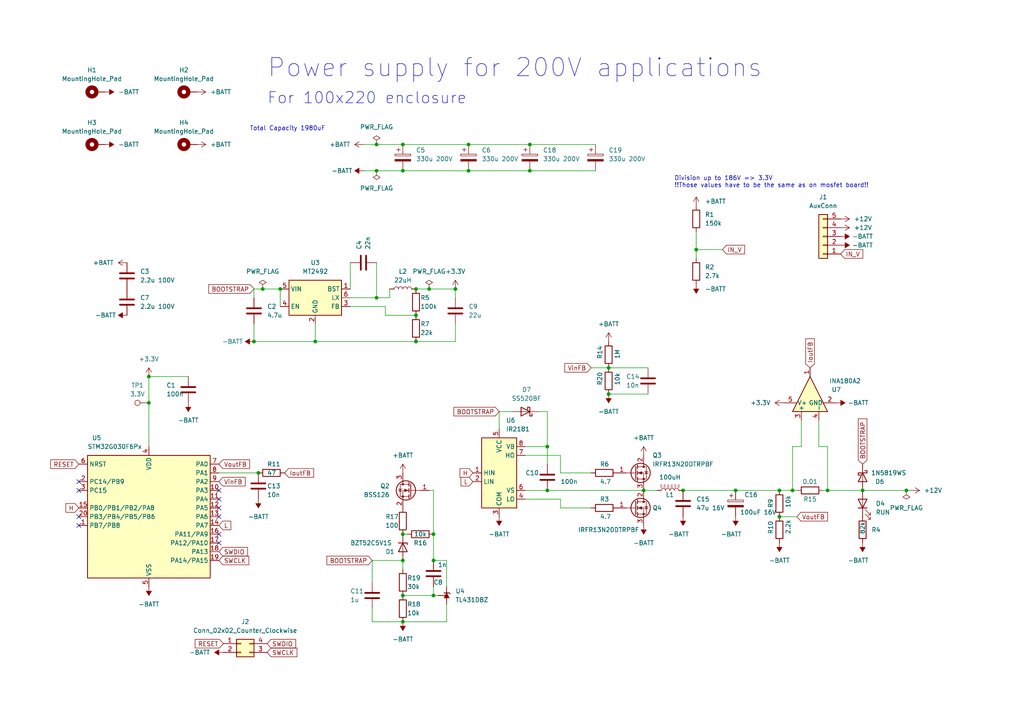
<source format=kicad_sch>
(kicad_sch (version 20230121) (generator eeschema)
  (paper "A4")
  (lib_symbols
    (symbol "Amplifier_Current:INA180A2" (pin_names (offset 0.127))
      (property "Reference" "U" (at 3.81 3.81 0))
      (property "Value" "INA180A2" (at 3.81 -2.54 0))
      (symbol "INA180A2_0_1"
        (polyline (pts (xy 5.08 0) (xy -5.08 5.08) (xy -5.08 -5.08) (xy 5.08 0)) (stroke (width 0.254)) (fill (type background)))
      )
      (symbol "INA180A2_1_1"
        (pin output line (at 7.62 0 180) (length 2.54) (name "~") (number "1"))
        (pin power_in line (at -2.54 -7.62 90) (length 3.81) (name "GND") (number "2"))
        (pin input line (at -7.62 2.54 0) (length 2.54) (name "+") (number "3"))
        (pin input line (at -7.62 -2.54 0) (length 2.54) (name "-") (number "4"))
        (pin power_in line (at -2.54 7.62 270) (length 3.81) (name "V+") (number "5"))
      )
    )
    (symbol "Connector:TestPoint" (pin_numbers hide) (pin_names (offset 0.762) hide)
      (property "Reference" "TP" (at 0 6.858 0))
      (property "Value" "TestPoint" (at 0 5.08 0))
      (symbol "TestPoint_0_1"
        (circle (center 0 3.302) (radius 0.762))
      )
      (symbol "TestPoint_1_1"
        (pin passive line (at 0 0 90) (length 2.54) (name "1") (number "1"))
      )
    )
    (symbol "Connector_Generic:Conn_01x05" (pin_names (offset 1.016) hide)
      (property "Reference" "J" (at 0 7.62 0))
      (property "Value" "Conn_01x05" (at 0 -7.62 0))
      (symbol "Conn_01x05_1_1"
        (rectangle (start -1.27 -4.953) (end 0 -5.207) (stroke (width 0.1524)))
        (rectangle (start -1.27 -2.413) (end 0 -2.667) (stroke (width 0.1524)))
        (rectangle (start -1.27 0.127) (end 0 -0.127) (stroke (width 0.1524)))
        (rectangle (start -1.27 2.667) (end 0 2.413) (stroke (width 0.1524)))
        (rectangle (start -1.27 5.207) (end 0 4.953) (stroke (width 0.1524)))
        (rectangle (start -1.27 6.35) (end 1.27 -6.35) (stroke (width 0.254)) (fill (type background)))
        (pin passive line (at -5.08 5.08 0) (length 3.81) (name "Pin_1") (number "1"))
        (pin passive line (at -5.08 2.54 0) (length 3.81) (name "Pin_2") (number "2"))
        (pin passive line (at -5.08 0 0) (length 3.81) (name "Pin_3") (number "3"))
        (pin passive line (at -5.08 -2.54 0) (length 3.81) (name "Pin_4") (number "4"))
        (pin passive line (at -5.08 -5.08 0) (length 3.81) (name "Pin_5") (number "5"))
      )
    )
    (symbol "Connector_Generic:Conn_02x02_Counter_Clockwise" (pin_names (offset 1.016) hide)
      (property "Reference" "J" (at 1.27 2.54 0))
      (property "Value" "Conn_02x02_Counter_Clockwise" (at 1.27 -5.08 0))
      (symbol "Conn_02x02_Counter_Clockwise_1_1"
        (rectangle (start -1.27 -2.413) (end 0 -2.667) (stroke (width 0.1524)))
        (rectangle (start -1.27 0.127) (end 0 -0.127) (stroke (width 0.1524)))
        (rectangle (start -1.27 1.27) (end 3.81 -3.81) (stroke (width 0.254)) (fill (type background)))
        (rectangle (start 3.81 -2.413) (end 2.54 -2.667) (stroke (width 0.1524)))
        (rectangle (start 3.81 0.127) (end 2.54 -0.127) (stroke (width 0.1524)))
        (pin passive line (at -5.08 0 0) (length 3.81) (name "Pin_1") (number "1"))
        (pin passive line (at -5.08 -2.54 0) (length 3.81) (name "Pin_2") (number "2"))
        (pin passive line (at 7.62 -2.54 180) (length 3.81) (name "Pin_3") (number "3"))
        (pin passive line (at 7.62 0 180) (length 3.81) (name "Pin_4") (number "4"))
      )
    )
    (symbol "Device:C" (pin_numbers hide) (pin_names (offset 0.254))
      (property "Reference" "C" (at 0.635 2.54 0))
      (property "Value" "C" (at 0.635 -2.54 0))
      (symbol "C_0_1"
        (polyline (pts (xy -2.032 -0.762) (xy 2.032 -0.762)) (stroke (width 0.508)))
        (polyline (pts (xy -2.032 0.762) (xy 2.032 0.762)) (stroke (width 0.508)))
      )
      (symbol "C_1_1"
        (pin passive line (at 0 3.81 270) (length 2.794) (name "~") (number "1"))
        (pin passive line (at 0 -3.81 90) (length 2.794) (name "~") (number "2"))
      )
    )
    (symbol "Device:C_Polarized" (pin_numbers hide) (pin_names (offset 0.254))
      (property "Reference" "C" (at 0.635 2.54 0))
      (property "Value" "C_Polarized" (at 0.635 -2.54 0))
      (symbol "C_Polarized_0_1"
        (rectangle (start -2.286 0.508) (end 2.286 1.016))
        (polyline (pts (xy -1.778 2.286) (xy -0.762 2.286)))
        (polyline (pts (xy -1.27 2.794) (xy -1.27 1.778)))
        (rectangle (start 2.286 -0.508) (end -2.286 -1.016) (fill (type outline)))
      )
      (symbol "C_Polarized_1_1"
        (pin passive line (at 0 3.81 270) (length 2.794) (name "~") (number "1"))
        (pin passive line (at 0 -3.81 90) (length 2.794) (name "~") (number "2"))
      )
    )
    (symbol "Device:D_Schottky" (pin_numbers hide) (pin_names (offset 1.016) hide)
      (property "Reference" "D" (at 0 2.54 0))
      (property "Value" "D_Schottky" (at 0 -2.54 0))
      (symbol "D_Schottky_0_1"
        (polyline (pts (xy 1.27 0) (xy -1.27 0)))
        (polyline (pts (xy 1.27 1.27) (xy 1.27 -1.27) (xy -1.27 0) (xy 1.27 1.27)) (stroke (width 0.254)))
        (polyline (pts (xy -1.905 0.635) (xy -1.905 1.27) (xy -1.27 1.27) (xy -1.27 -1.27) (xy -0.635 -1.27) (xy -0.635 -0.635)) (stroke (width 0.254)))
      )
      (symbol "D_Schottky_1_1"
        (pin passive line (at -3.81 0 0) (length 2.54) (name "K") (number "1"))
        (pin passive line (at 3.81 0 180) (length 2.54) (name "A") (number "2"))
      )
    )
    (symbol "Device:D_Zener" (pin_numbers hide) (pin_names (offset 1.016) hide)
      (property "Reference" "D" (at 0 2.54 0))
      (property "Value" "D_Zener" (at 0 -2.54 0))
      (symbol "D_Zener_0_1"
        (polyline (pts (xy 1.27 0) (xy -1.27 0)))
        (polyline (pts (xy -1.27 -1.27) (xy -1.27 1.27) (xy -0.762 1.27)) (stroke (width 0.254)))
        (polyline (pts (xy 1.27 -1.27) (xy 1.27 1.27) (xy -1.27 0) (xy 1.27 -1.27)) (stroke (width 0.254)))
      )
      (symbol "D_Zener_1_1"
        (pin passive line (at -3.81 0 0) (length 2.54) (name "K") (number "1"))
        (pin passive line (at 3.81 0 180) (length 2.54) (name "A") (number "2"))
      )
    )
    (symbol "Device:L" (pin_numbers hide) (pin_names (offset 1.016) hide)
      (property "Reference" "L" (at -1.27 0 90))
      (property "Value" "L" (at 1.905 0 90))
      (symbol "L_0_1"
        (arc (start 0 -2.54) (mid 0.6323 -1.905) (end 0 -1.27))
        (arc (start 0 -1.27) (mid 0.6323 -0.635) (end 0 0))
        (arc (start 0 0) (mid 0.6323 0.635) (end 0 1.27))
        (arc (start 0 1.27) (mid 0.6323 1.905) (end 0 2.54))
      )
      (symbol "L_1_1"
        (pin passive line (at 0 3.81 270) (length 1.27) (name "1") (number "1"))
        (pin passive line (at 0 -3.81 90) (length 1.27) (name "2") (number "2"))
      )
    )
    (symbol "Device:LED" (pin_numbers hide) (pin_names (offset 1.016) hide)
      (property "Reference" "D" (at 0 2.54 0))
      (property "Value" "LED" (at 0 -2.54 0))
      (symbol "LED_0_1"
        (polyline (pts (xy -1.27 -1.27) (xy -1.27 1.27)) (stroke (width 0.254)))
        (polyline (pts (xy -1.27 0) (xy 1.27 0)))
        (polyline (pts (xy 1.27 -1.27) (xy 1.27 1.27) (xy -1.27 0) (xy 1.27 -1.27)) (stroke (width 0.254)))
        (polyline (pts (xy -3.048 -0.762) (xy -4.572 -2.286) (xy -3.81 -2.286) (xy -4.572 -2.286) (xy -4.572 -1.524)))
        (polyline (pts (xy -1.778 -0.762) (xy -3.302 -2.286) (xy -2.54 -2.286) (xy -3.302 -2.286) (xy -3.302 -1.524)))
      )
      (symbol "LED_1_1"
        (pin passive line (at -3.81 0 0) (length 2.54) (name "K") (number "1"))
        (pin passive line (at 3.81 0 180) (length 2.54) (name "A") (number "2"))
      )
    )
    (symbol "Device:L_Ferrite" (pin_numbers hide) (pin_names (offset 1.016) hide)
      (property "Reference" "L" (at -1.27 0 90))
      (property "Value" "L_Ferrite" (at 2.794 0 90))
      (symbol "L_Ferrite_0_1"
        (arc (start 0 -2.54) (mid 0.6323 -1.905) (end 0 -1.27))
        (arc (start 0 -1.27) (mid 0.6323 -0.635) (end 0 0))
        (polyline (pts (xy 1.016 -2.794) (xy 1.016 -2.286)))
        (polyline (pts (xy 1.016 -1.778) (xy 1.016 -1.27)))
        (polyline (pts (xy 1.016 -0.762) (xy 1.016 -0.254)))
        (polyline (pts (xy 1.016 0.254) (xy 1.016 0.762)))
        (polyline (pts (xy 1.016 1.27) (xy 1.016 1.778)))
        (polyline (pts (xy 1.016 2.286) (xy 1.016 2.794)))
        (polyline (pts (xy 1.524 -2.286) (xy 1.524 -2.794)))
        (polyline (pts (xy 1.524 -1.27) (xy 1.524 -1.778)))
        (polyline (pts (xy 1.524 -0.254) (xy 1.524 -0.762)))
        (polyline (pts (xy 1.524 0.762) (xy 1.524 0.254)))
        (polyline (pts (xy 1.524 1.778) (xy 1.524 1.27)))
        (polyline (pts (xy 1.524 2.794) (xy 1.524 2.286)))
        (arc (start 0 0) (mid 0.6323 0.635) (end 0 1.27))
        (arc (start 0 1.27) (mid 0.6323 1.905) (end 0 2.54))
      )
      (symbol "L_Ferrite_1_1"
        (pin passive line (at 0 3.81 270) (length 1.27) (name "1") (number "1"))
        (pin passive line (at 0 -3.81 90) (length 1.27) (name "2") (number "2"))
      )
    )
    (symbol "Device:R" (pin_numbers hide) (pin_names (offset 0))
      (property "Reference" "R" (at 2.032 0 90))
      (property "Value" "R" (at 0 0 90))
      (symbol "R_0_1"
        (rectangle (start -1.016 -2.54) (end 1.016 2.54) (stroke (width 0.254)))
      )
      (symbol "R_1_1"
        (pin passive line (at 0 3.81 270) (length 1.27) (name "~") (number "1"))
        (pin passive line (at 0 -3.81 90) (length 1.27) (name "~") (number "2"))
      )
    )
    (symbol "Driver_FET:IR2181"
      (property "Reference" "U" (at 1.27 13.335 0))
      (property "Value" "IR2181" (at 1.27 11.43 0))
      (symbol "IR2181_0_1"
        (rectangle (start -5.08 -10.16) (end 5.08 10.16) (stroke (width 0.254)) (fill (type background)))
      )
      (symbol "IR2181_1_1"
        (pin input line (at -7.62 0 0) (length 2.54) (name "HIN") (number "1"))
        (pin input line (at -7.62 -2.54 0) (length 2.54) (name "LIN") (number "2"))
        (pin power_in line (at 0 -12.7 90) (length 2.54) (name "COM") (number "3"))
        (pin output line (at 7.62 -7.62 180) (length 2.54) (name "LO") (number "4"))
        (pin power_in line (at 0 12.7 270) (length 2.54) (name "VCC") (number "5"))
        (pin passive line (at 7.62 -5.08 180) (length 2.54) (name "VS") (number "6"))
        (pin output line (at 7.62 5.08 180) (length 2.54) (name "HO") (number "7"))
        (pin passive line (at 7.62 7.62 180) (length 2.54) (name "VB") (number "8"))
      )
    )
    (symbol "MCU_ST_STM32G0:STM32G030F6Px"
      (property "Reference" "U" (at -17.78 19.05 0))
      (property "Value" "STM32G030F6Px" (at 2.54 19.05 0))
      (symbol "STM32G030F6Px_0_1"
        (rectangle (start -17.78 -17.78) (end 17.78 17.78) (stroke (width 0.254)) (fill (type background)))
      )
      (symbol "STM32G030F6Px_1_1"
        (pin bidirectional line (at -20.32 -2.54 0) (length 2.54) (name "PB7/PB8") (number "1"))
        (pin bidirectional line (at 20.32 7.62 180) (length 2.54) (name "PA3") (number "10"))
        (pin bidirectional line (at 20.32 5.08 180) (length 2.54) (name "PA4") (number "11"))
        (pin bidirectional line (at 20.32 2.54 180) (length 2.54) (name "PA5") (number "12"))
        (pin bidirectional line (at 20.32 0 180) (length 2.54) (name "PA6") (number "13"))
        (pin bidirectional line (at 20.32 -2.54 180) (length 2.54) (name "PA7") (number "14"))
        (pin bidirectional line (at -20.32 2.54 0) (length 2.54) (name "PB0/PB1/PB2/PA8") (number "15"))
        (pin bidirectional line (at 20.32 -5.08 180) (length 2.54) (name "PA11/PA9") (number "16"))
        (pin bidirectional line (at 20.32 -7.62 180) (length 2.54) (name "PA12/PA10") (number "17"))
        (pin bidirectional line (at 20.32 -10.16 180) (length 2.54) (name "PA13") (number "18"))
        (pin bidirectional line (at 20.32 -12.7 180) (length 2.54) (name "PA14/PA15") (number "19"))
        (pin bidirectional line (at -20.32 10.16 0) (length 2.54) (name "PC14/PB9") (number "2"))
        (pin bidirectional line (at -20.32 0 0) (length 2.54) (name "PB3/PB4/PB5/PB6") (number "20"))
        (pin bidirectional line (at -20.32 7.62 0) (length 2.54) (name "PC15") (number "3"))
        (pin power_in line (at 0 20.32 270) (length 2.54) (name "VDD") (number "4"))
        (pin power_in line (at 0 -20.32 90) (length 2.54) (name "VSS") (number "5"))
        (pin input line (at -20.32 15.24 0) (length 2.54) (name "NRST") (number "6"))
        (pin bidirectional line (at 20.32 15.24 180) (length 2.54) (name "PA0") (number "7"))
        (pin bidirectional line (at 20.32 12.7 180) (length 2.54) (name "PA1") (number "8"))
        (pin bidirectional line (at 20.32 10.16 180) (length 2.54) (name "PA2") (number "9"))
      )
    )
    (symbol "Mechanical:MountingHole_Pad" (pin_numbers hide) (pin_names (offset 1.016) hide)
      (property "Reference" "H" (at 0 6.35 0))
      (property "Value" "MountingHole_Pad" (at 0 4.445 0))
      (symbol "MountingHole_Pad_0_1"
        (circle (center 0 1.27) (radius 1.27) (stroke (width 1.27)))
      )
      (symbol "MountingHole_Pad_1_1"
        (pin input line (at 0 -2.54 90) (length 2.54) (name "1") (number "1"))
      )
    )
    (symbol "Reference_Voltage:TL431DBZ" (pin_numbers hide) (pin_names hide)
      (property "Reference" "U" (at -2.54 2.54 0))
      (property "Value" "TL431DBZ" (at 0 -2.54 0))
      (symbol "TL431DBZ_0_1"
        (polyline (pts (xy -1.27 0) (xy 0 0) (xy 1.27 0)))
        (polyline (pts (xy -0.762 0.762) (xy 0.762 0) (xy -0.762 -0.762)) (fill (type outline)))
        (polyline (pts (xy 0.508 -1.016) (xy 0.762 -0.762) (xy 0.762 0.762) (xy 0.762 0.762)) (stroke (width 0.254)))
      )
      (symbol "TL431DBZ_1_1"
        (pin passive line (at 2.54 0 180) (length 2.54) (name "K") (number "1"))
        (pin passive line (at 0 2.54 270) (length 2.54) (name "REF") (number "2"))
        (pin passive line (at -2.54 0 0) (length 2.54) (name "A") (number "3"))
      )
    )
    (symbol "Regulator_Switching:AOZ1280CI"
      (property "Reference" "U" (at -6.35 -6.35 0))
      (property "Value" "AOZ1280CI" (at -2.54 6.35 0))
      (symbol "AOZ1280CI_0_1"
        (rectangle (start -7.62 5.08) (end 7.62 -5.08) (stroke (width 0.254)) (fill (type background)))
      )
      (symbol "AOZ1280CI_1_1"
        (pin input line (at 10.16 2.54 180) (length 2.54) (name "BST") (number "1"))
        (pin power_in line (at 0 -7.62 90) (length 2.54) (name "GND") (number "2"))
        (pin input line (at 10.16 -2.54 180) (length 2.54) (name "FB") (number "3"))
        (pin input line (at -10.16 -2.54 0) (length 2.54) (name "EN") (number "4"))
        (pin power_in line (at -10.16 2.54 0) (length 2.54) (name "VIN") (number "5"))
        (pin power_out line (at 10.16 0 180) (length 2.54) (name "LX") (number "6"))
      )
    )
    (symbol "Transistor_FET:BS170F" (pin_names hide)
      (property "Reference" "Q" (at 5.08 1.905 0))
      (property "Value" "BS170F" (at 5.08 0 0))
      (symbol "BS170F_0_1"
        (polyline (pts (xy 0.254 0) (xy -2.54 0)))
        (polyline (pts (xy 0.254 1.905) (xy 0.254 -1.905)) (stroke (width 0.254)))
        (polyline (pts (xy 0.762 -1.27) (xy 0.762 -2.286)) (stroke (width 0.254)))
        (polyline (pts (xy 0.762 0.508) (xy 0.762 -0.508)) (stroke (width 0.254)))
        (polyline (pts (xy 0.762 2.286) (xy 0.762 1.27)) (stroke (width 0.254)))
        (polyline (pts (xy 2.54 2.54) (xy 2.54 1.778)))
        (polyline (pts (xy 2.54 -2.54) (xy 2.54 0) (xy 0.762 0)))
        (polyline (pts (xy 0.762 -1.778) (xy 3.302 -1.778) (xy 3.302 1.778) (xy 0.762 1.778)))
        (polyline (pts (xy 1.016 0) (xy 2.032 0.381) (xy 2.032 -0.381) (xy 1.016 0)) (fill (type outline)))
        (polyline (pts (xy 2.794 0.508) (xy 2.921 0.381) (xy 3.683 0.381) (xy 3.81 0.254)))
        (polyline (pts (xy 3.302 0.381) (xy 2.921 -0.254) (xy 3.683 -0.254) (xy 3.302 0.381)))
        (circle (center 1.651 0) (radius 2.794) (stroke (width 0.254)))
        (circle (center 2.54 -1.778) (radius 0.254) (fill (type outline)))
        (circle (center 2.54 1.778) (radius 0.254) (fill (type outline)))
      )
      (symbol "BS170F_1_1"
        (pin input line (at -5.08 0 0) (length 2.54) (name "G") (number "1"))
        (pin passive line (at 2.54 -5.08 90) (length 2.54) (name "S") (number "2"))
        (pin passive line (at 2.54 5.08 270) (length 2.54) (name "D") (number "3"))
      )
    )
    (symbol "Transistor_FET:STD7NK40Z" (pin_names hide)
      (property "Reference" "Q" (at 5.08 1.905 0))
      (property "Value" "STD7NK40Z" (at 5.08 0 0))
      (symbol "STD7NK40Z_0_1"
        (polyline (pts (xy 0.254 0) (xy -2.54 0)))
        (polyline (pts (xy 0.254 1.905) (xy 0.254 -1.905)) (stroke (width 0.254)))
        (polyline (pts (xy 0.762 -1.27) (xy 0.762 -2.286)) (stroke (width 0.254)))
        (polyline (pts (xy 0.762 0.508) (xy 0.762 -0.508)) (stroke (width 0.254)))
        (polyline (pts (xy 0.762 2.286) (xy 0.762 1.27)) (stroke (width 0.254)))
        (polyline (pts (xy 2.54 2.54) (xy 2.54 1.778)))
        (polyline (pts (xy 2.54 -2.54) (xy 2.54 0) (xy 0.762 0)))
        (polyline (pts (xy 0.762 -1.778) (xy 3.302 -1.778) (xy 3.302 1.778) (xy 0.762 1.778)))
        (polyline (pts (xy 1.016 0) (xy 2.032 0.381) (xy 2.032 -0.381) (xy 1.016 0)) (fill (type outline)))
        (polyline (pts (xy 2.794 0.508) (xy 2.921 0.381) (xy 3.683 0.381) (xy 3.81 0.254)))
        (polyline (pts (xy 3.302 0.381) (xy 2.921 -0.254) (xy 3.683 -0.254) (xy 3.302 0.381)))
        (circle (center 1.651 0) (radius 2.794) (stroke (width 0.254)))
        (circle (center 2.54 -1.778) (radius 0.254) (fill (type outline)))
        (circle (center 2.54 1.778) (radius 0.254) (fill (type outline)))
      )
      (symbol "STD7NK40Z_1_1"
        (pin passive line (at -5.08 0 0) (length 2.54) (name "G") (number "1"))
        (pin passive line (at 2.54 5.08 270) (length 2.54) (name "D") (number "2"))
        (pin passive line (at 2.54 -5.08 90) (length 2.54) (name "S") (number "3"))
      )
    )
    (symbol "power:+12V" (power) (pin_names (offset 0))
      (property "Value" "+12V" (at 0 3.556 0))
      (symbol "+12V_0_1"
        (polyline (pts (xy -0.762 1.27) (xy 0 2.54)))
        (polyline (pts (xy 0 0) (xy 0 2.54)))
        (polyline (pts (xy 0 2.54) (xy 0.762 1.27)))
      )
      (symbol "+12V_1_1"
        (pin power_in line (at 0 0 90) (length 0) hide (name "+12V") (number "1"))
      )
    )
    (symbol "power:+3.3V" (power) (pin_names (offset 0))
      (property "Value" "+3.3V" (at 0 3.556 0))
      (symbol "+3.3V_0_1"
        (polyline (pts (xy -0.762 1.27) (xy 0 2.54)))
        (polyline (pts (xy 0 0) (xy 0 2.54)))
        (polyline (pts (xy 0 2.54) (xy 0.762 1.27)))
      )
      (symbol "+3.3V_1_1"
        (pin power_in line (at 0 0 90) (length 0) hide (name "+3.3V") (number "1"))
      )
    )
    (symbol "power:+BATT" (power) (pin_names (offset 0))
      (property "Value" "+BATT" (at 0 3.556 0))
      (symbol "+BATT_0_1"
        (polyline (pts (xy -0.762 1.27) (xy 0 2.54)))
        (polyline (pts (xy 0 0) (xy 0 2.54)))
        (polyline (pts (xy 0 2.54) (xy 0.762 1.27)))
      )
      (symbol "+BATT_1_1"
        (pin power_in line (at 0 0 90) (length 0) hide (name "+BATT") (number "1"))
      )
    )
    (symbol "power:-BATT" (power) (pin_names (offset 0))
      (property "Value" "-BATT" (at 0 3.556 0))
      (symbol "-BATT_0_1"
        (polyline (pts (xy 0 0) (xy 0 2.54)))
        (polyline (pts (xy 0.762 1.27) (xy -0.762 1.27) (xy 0 2.54) (xy 0.762 1.27)) (fill (type outline)))
      )
      (symbol "-BATT_1_1"
        (pin power_in line (at 0 0 90) (length 0) hide (name "-BATT") (number "1"))
      )
    )
    (symbol "power:PWR_FLAG" (power) (pin_numbers hide) (pin_names (offset 0) hide)
      (property "Value" "PWR_FLAG" (at 0 3.81 0))
      (symbol "PWR_FLAG_0_0"
        (pin power_out line (at 0 0 90) (length 0) (name "pwr") (number "1"))
      )
      (symbol "PWR_FLAG_0_1"
        (polyline (pts (xy 0 0) (xy 0 1.27) (xy -1.016 1.905) (xy 0 2.54) (xy 1.016 1.905) (xy 0 1.27)))
      )
    )
  )
  (junction (at 250.19 142.24))
  (junction (at 229.87 142.24))
  (junction (at 176.53 114.3))
  (junction (at 262.89 142.24))
  (junction (at 116.84 180.34))
  (junction (at 120.65 99.06))
  (junction (at 124.46 83.82))
  (junction (at 201.93 72.39))
  (junction (at 81.28 83.82))
  (junction (at 158.75 142.24))
  (junction (at 73.66 99.06))
  (junction (at 158.75 129.54))
  (junction (at 43.18 116.84))
  (junction (at 116.84 49.53))
  (junction (at 109.22 41.91))
  (junction (at 125.73 154.94))
  (junction (at 176.53 106.68))
  (junction (at 186.69 142.24))
  (junction (at 132.08 83.82))
  (junction (at 226.06 142.24))
  (junction (at 109.22 49.53))
  (junction (at 116.84 41.91))
  (junction (at 198.12 142.24))
  (junction (at 120.65 91.44))
  (junction (at 240.03 142.24))
  (junction (at 135.89 49.53))
  (junction (at 120.65 83.82))
  (junction (at 74.93 137.16))
  (junction (at 76.2 83.82))
  (junction (at 213.36 142.24))
  (junction (at 125.73 172.72))
  (junction (at 116.84 162.56))
  (junction (at 109.22 86.36))
  (junction (at 135.89 41.91))
  (junction (at 125.73 162.56))
  (junction (at 116.84 172.72))
  (junction (at 153.67 41.91))
  (junction (at 153.67 49.53))
  (junction (at 43.18 109.22))
  (junction (at 91.44 99.06))
  (junction (at 116.84 154.94))
  (junction (at 226.06 149.86))
  (no_connect (at 22.86 142.24))
  (no_connect (at 63.5 144.78))
  (no_connect (at 22.86 149.86))
  (no_connect (at 63.5 149.86))
  (no_connect (at 63.5 157.48))
  (no_connect (at 22.86 152.4))
  (no_connect (at 63.5 147.32))
  (no_connect (at 22.86 139.7))
  (no_connect (at 63.5 142.24))
  (no_connect (at 63.5 154.94))
  (wire (pts (xy 238.76 142.24) (xy 240.03 142.24)))
  (wire (pts (xy 232.41 129.54) (xy 229.87 129.54)))
  (wire (pts (xy 153.67 49.53) (xy 172.72 49.53)))
  (wire (pts (xy 116.84 172.72) (xy 125.73 172.72)))
  (wire (pts (xy 162.56 144.78) (xy 152.4 144.78)))
  (wire (pts (xy 132.08 99.06) (xy 132.08 93.98)))
  (wire (pts (xy 213.36 142.24) (xy 226.06 142.24)))
  (wire (pts (xy 111.76 88.9) (xy 111.76 91.44)))
  (wire (pts (xy 237.49 129.54) (xy 240.03 129.54)))
  (wire (pts (xy 153.67 41.91) (xy 172.72 41.91)))
  (wire (pts (xy 176.53 114.3) (xy 187.96 114.3)))
  (wire (pts (xy 101.6 76.2) (xy 101.6 83.82)))
  (wire (pts (xy 113.03 86.36) (xy 109.22 86.36)))
  (wire (pts (xy 116.84 41.91) (xy 135.89 41.91)))
  (wire (pts (xy 125.73 142.24) (xy 124.46 142.24)))
  (wire (pts (xy 176.53 106.68) (xy 187.96 106.68)))
  (wire (pts (xy 198.12 142.24) (xy 213.36 142.24)))
  (wire (pts (xy 144.78 119.38) (xy 144.78 124.46)))
  (wire (pts (xy 120.65 99.06) (xy 132.08 99.06)))
  (wire (pts (xy 250.19 142.24) (xy 262.89 142.24)))
  (wire (pts (xy 125.73 170.18) (xy 125.73 172.72)))
  (wire (pts (xy 232.41 121.92) (xy 232.41 129.54)))
  (wire (pts (xy 107.95 168.91) (xy 107.95 162.56)))
  (wire (pts (xy 158.75 129.54) (xy 152.4 129.54)))
  (wire (pts (xy 101.6 88.9) (xy 111.76 88.9)))
  (wire (pts (xy 125.73 154.94) (xy 125.73 162.56)))
  (wire (pts (xy 111.76 91.44) (xy 120.65 91.44)))
  (wire (pts (xy 113.03 83.82) (xy 113.03 86.36)))
  (wire (pts (xy 109.22 86.36) (xy 101.6 86.36)))
  (wire (pts (xy 201.93 67.31) (xy 201.93 72.39)))
  (wire (pts (xy 76.2 83.82) (xy 81.28 83.82)))
  (wire (pts (xy 73.66 83.82) (xy 73.66 86.36)))
  (wire (pts (xy 156.21 119.38) (xy 158.75 119.38)))
  (wire (pts (xy 124.46 83.82) (xy 132.08 83.82)))
  (wire (pts (xy 129.54 162.56) (xy 129.54 170.18)))
  (wire (pts (xy 201.93 72.39) (xy 209.55 72.39)))
  (wire (pts (xy 91.44 99.06) (xy 120.65 99.06)))
  (wire (pts (xy 226.06 142.24) (xy 229.87 142.24)))
  (wire (pts (xy 144.78 119.38) (xy 148.59 119.38)))
  (wire (pts (xy 105.41 49.53) (xy 109.22 49.53)))
  (wire (pts (xy 116.84 154.94) (xy 118.11 154.94)))
  (wire (pts (xy 240.03 129.54) (xy 240.03 142.24)))
  (wire (pts (xy 240.03 142.24) (xy 250.19 142.24)))
  (wire (pts (xy 162.56 147.32) (xy 162.56 144.78)))
  (wire (pts (xy 109.22 76.2) (xy 109.22 86.36)))
  (wire (pts (xy 109.22 49.53) (xy 116.84 49.53)))
  (wire (pts (xy 152.4 142.24) (xy 158.75 142.24)))
  (wire (pts (xy 73.66 83.82) (xy 76.2 83.82)))
  (wire (pts (xy 109.22 41.91) (xy 116.84 41.91)))
  (wire (pts (xy 262.89 142.24) (xy 264.16 142.24)))
  (wire (pts (xy 63.5 137.16) (xy 74.93 137.16)))
  (wire (pts (xy 171.45 137.16) (xy 162.56 137.16)))
  (wire (pts (xy 120.65 83.82) (xy 124.46 83.82)))
  (wire (pts (xy 125.73 172.72) (xy 127 172.72)))
  (wire (pts (xy 116.84 49.53) (xy 135.89 49.53)))
  (wire (pts (xy 237.49 121.92) (xy 237.49 129.54)))
  (wire (pts (xy 105.41 41.91) (xy 109.22 41.91)))
  (wire (pts (xy 201.93 72.39) (xy 201.93 74.93)))
  (wire (pts (xy 125.73 142.24) (xy 125.73 154.94)))
  (wire (pts (xy 186.69 142.24) (xy 190.5 142.24)))
  (wire (pts (xy 129.54 180.34) (xy 116.84 180.34)))
  (wire (pts (xy 162.56 132.08) (xy 152.4 132.08)))
  (wire (pts (xy 135.89 49.53) (xy 153.67 49.53)))
  (wire (pts (xy 73.66 99.06) (xy 73.66 93.98)))
  (wire (pts (xy 81.28 83.82) (xy 81.28 88.9)))
  (wire (pts (xy 229.87 129.54) (xy 229.87 142.24)))
  (wire (pts (xy 91.44 99.06) (xy 91.44 93.98)))
  (wire (pts (xy 162.56 137.16) (xy 162.56 132.08)))
  (wire (pts (xy 229.87 142.24) (xy 231.14 142.24)))
  (wire (pts (xy 107.95 162.56) (xy 116.84 162.56)))
  (wire (pts (xy 171.45 147.32) (xy 162.56 147.32)))
  (wire (pts (xy 43.18 109.22) (xy 43.18 116.84)))
  (wire (pts (xy 171.45 106.68) (xy 176.53 106.68)))
  (wire (pts (xy 129.54 175.26) (xy 129.54 180.34)))
  (wire (pts (xy 107.95 180.34) (xy 116.84 180.34)))
  (wire (pts (xy 43.18 116.84) (xy 43.18 129.54)))
  (wire (pts (xy 158.75 134.62) (xy 158.75 129.54)))
  (wire (pts (xy 135.89 41.91) (xy 153.67 41.91)))
  (wire (pts (xy 132.08 83.82) (xy 132.08 86.36)))
  (wire (pts (xy 43.18 109.22) (xy 54.61 109.22)))
  (wire (pts (xy 73.66 99.06) (xy 91.44 99.06)))
  (wire (pts (xy 158.75 142.24) (xy 186.69 142.24)))
  (wire (pts (xy 129.54 162.56) (xy 125.73 162.56)))
  (wire (pts (xy 107.95 176.53) (xy 107.95 180.34)))
  (wire (pts (xy 226.06 149.86) (xy 231.14 149.86)))
  (wire (pts (xy 158.75 119.38) (xy 158.75 129.54)))
  (wire (pts (xy 116.84 162.56) (xy 116.84 165.1)))
  (text "Power supply for 200V applications" (at 77.47 22.86 0) (effects (font (size 5.27 5.27)) (justify left bottom)))
  (text "Total Capacity 1980uF" (at 72.39 38.1 0) (effects (font (size 1.27 1.27)) (justify left bottom)))
  (text "Division up to 186V => 3.3V\n!!Those values have to be the same as on mosfet board!!" (at 195.58 54.61 0) (effects (font (size 1.27 1.27)) (justify left bottom)))
  (text "For 100x220 enclosure" (at 77.47 30.48 0) (effects (font (size 3.27 3.27)) (justify left bottom)))
  (global_label "VinFB" (shape input) (at 63.5 139.7 0) (property "Intersheetrefs" "${INTERSHEET_REFS}" (effects hide)))
  (global_label "VoutFB" (shape input) (at 231.14 149.86 0) (property "Intersheetrefs" "${INTERSHEET_REFS}" (effects hide)))
  (global_label "IoutFB" (shape input) (at 82.55 137.16 0) (property "Intersheetrefs" "${INTERSHEET_REFS}" (effects hide)))
  (global_label "SWCLK" (shape input) (at 63.5 162.56 0) (property "Intersheetrefs" "${INTERSHEET_REFS}" (effects hide)))
  (global_label "BOOTSTRAP" (shape input) (at 250.19 134.62 90) (property "Intersheetrefs" "${INTERSHEET_REFS}" (effects hide)))
  (global_label "SWDIO" (shape input) (at 63.5 160.02 0) (property "Intersheetrefs" "${INTERSHEET_REFS}" (effects hide)))
  (global_label "RESET" (shape input) (at 22.86 134.62 180) (property "Intersheetrefs" "${INTERSHEET_REFS}" (effects hide)))
  (global_label "SWDIO" (shape input) (at 77.47 186.69 0) (property "Intersheetrefs" "${INTERSHEET_REFS}" (effects hide)))
  (global_label "VinFB" (shape input) (at 171.45 106.68 180) (property "Intersheetrefs" "${INTERSHEET_REFS}" (effects hide)))
  (global_label "H" (shape input) (at 137.16 137.16 180) (property "Intersheetrefs" "${INTERSHEET_REFS}" (effects hide)))
  (global_label "RESET" (shape input) (at 64.77 186.69 180) (property "Intersheetrefs" "${INTERSHEET_REFS}" (effects hide)))
  (global_label "IoutFB" (shape input) (at 234.95 106.68 90) (property "Intersheetrefs" "${INTERSHEET_REFS}" (effects hide)))
  (global_label "L" (shape input) (at 63.5 152.4 0) (property "Intersheetrefs" "${INTERSHEET_REFS}" (effects hide)))
  (global_label "IN_V" (shape input) (at 209.55 72.39 0) (property "Intersheetrefs" "${INTERSHEET_REFS}" (effects hide)))
  (global_label "VoutFB" (shape input) (at 63.5 134.62 0) (property "Intersheetrefs" "${INTERSHEET_REFS}" (effects hide)))
  (global_label "BOOTSTRAP" (shape input) (at 107.95 162.56 180) (property "Intersheetrefs" "${INTERSHEET_REFS}" (effects hide)))
  (global_label "H" (shape input) (at 22.86 147.32 180) (property "Intersheetrefs" "${INTERSHEET_REFS}" (effects hide)))
  (global_label "L" (shape input) (at 137.16 139.7 180) (property "Intersheetrefs" "${INTERSHEET_REFS}" (effects hide)))
  (global_label "SWCLK" (shape input) (at 77.47 189.23 0) (property "Intersheetrefs" "${INTERSHEET_REFS}" (effects hide)))
  (global_label "BOOTSTRAP" (shape input) (at 144.78 119.38 180) (property "Intersheetrefs" "${INTERSHEET_REFS}" (effects hide)))
  (global_label "BOOTSTRAP" (shape input) (at 73.66 83.82 180) (property "Intersheetrefs" "${INTERSHEET_REFS}" (effects hide)))
  (global_label "IN_V" (shape input) (at 243.84 73.66 0) (property "Intersheetrefs" "${INTERSHEET_REFS}" (effects hide)))
  (symbol (lib_id "power:PWR_FLAG") (at 109.22 41.91 0) (unit 1)
    (property "Reference" "#FLG02" (effects hide))
    (property "Value" "PWR_FLAG" (at 109.22 36.83 0))
  )
  (symbol (lib_id "power:-BATT") (at 74.93 144.78 180) (unit 1)
    (property "Reference" "#PWR040" (effects hide))
    (property "Value" "-BATT" (at 74.93 149.86 0))
  )
  (symbol (lib_id "Device:R") (at 116.84 176.53 180) (unit 1)
    (property "Reference" "R18" (at 118.11 175.26 0) (effects (justify right)))
    (property "Value" "10k" (at 118.11 177.8 0) (effects (justify right)))
    (property "Footprint" "Resistor_SMD:R_0603_1608Metric" (effects hide))
    (property "MPN" "C25804" (effects hide))
    (property "Mouser" "71-CRCW080520R0FKEAC" (effects hide))
  )
  (symbol (lib_id "power:-BATT") (at 116.84 180.34 180) (unit 1)
    (property "Reference" "#PWR031" (effects hide))
    (property "Value" "-BATT" (at 116.84 185.42 0))
  )
  (symbol (lib_id "power:-BATT") (at 30.48 26.67 270) (unit 1)
    (property "Reference" "#PWR06" (effects hide))
    (property "Value" "-BATT" (at 34.29 26.67 90) (effects (justify left)))
  )
  (symbol (lib_id "Device:C") (at 54.61 113.03 0) (unit 1)
    (property "Reference" "C1" (at 48.26 111.76 0) (effects (justify left)))
    (property "Value" "100n" (at 48.26 114.3 0) (effects (justify left)))
    (property "Footprint" "Capacitor_SMD:C_0603_1608Metric" (effects hide))
    (property "MPN" "C14663" (effects hide))
    (property "Mouser" "581-08055C104KAT4A" (effects hide))
  )
  (symbol (lib_id "power:+12V") (at 243.84 63.5 270) (unit 1)
    (property "Reference" "#PWR024" (effects hide))
    (property "Value" "+12V" (at 247.65 63.5 90) (effects (justify left)))
  )
  (symbol (lib_id "power:-BATT") (at 54.61 116.84 180) (unit 1)
    (property "Reference" "#PWR021" (effects hide))
    (property "Value" "-BATT" (at 54.61 121.92 0))
  )
  (symbol (lib_id "power:+BATT") (at 201.93 59.69 0) (unit 1)
    (property "Reference" "#PWR04" (effects hide))
    (property "Value" "+BATT" (at 204.47 58.42 0) (effects (justify left)))
  )
  (symbol (lib_id "Device:C") (at 36.83 80.01 0) (unit 1)
    (property "Reference" "C3" (at 40.64 78.74 0) (effects (justify left)))
    (property "Value" "2.2u 100V" (at 40.64 81.28 0) (effects (justify left)))
    (property "Footprint" "Capacitor_SMD:C_1206_3216Metric" (effects hide))
    (property "MPN" "C920964" (effects hide))
  )
  (symbol (lib_id "power:+BATT") (at 57.15 26.67 270) (unit 1)
    (property "Reference" "#PWR013" (effects hide))
    (property "Value" "+BATT" (at 60.96 26.67 90) (effects (justify left)))
  )
  (symbol (lib_id "MCU_ST_STM32G0:STM32G030F6Px") (at 43.18 149.86 0) (unit 1)
    (property "Reference" "U5" (at 26.67 127 0) (effects (justify left)))
    (property "Value" "STM32G030F6Px" (at 25.4 129.54 0) (effects (justify left)))
    (property "Footprint" "Package_SO:TSSOP-20_4.4x6.5mm_P0.65mm" (effects hide))
    (property "Datasheet" "https://www.st.com/resource/en/datasheet/stm32g030f6.pdf" (effects hide))
    (property "MPN" "C529330" (effects hide))
    (property "JLCRotOffset" "90" (effects hide))
  )
  (symbol (lib_id "power:-BATT") (at 36.83 91.44 90) (unit 1)
    (property "Reference" "#PWR018" (effects hide))
    (property "Value" "-BATT" (at 33.655 91.44 90) (effects (justify left)))
  )
  (symbol (lib_id "Amplifier_Current:INA180A2") (at 234.95 114.3 90) (unit 1)
    (property "Reference" "U7" (at 242.57 113.03 90))
    (property "Value" "INA180A2" (at 245.11 110.49 90))
    (property "Footprint" "Package_TO_SOT_SMD:SOT-23-5" (effects hide))
    (property "Datasheet" "http://www.ti.com/lit/ds/symlink/ina180.pdf" (effects hide))
    (property "MPN" "C192764" (effects hide))
    (property "JLCRotOffset" "90" (effects hide))
  )
  (symbol (lib_id "power:+12V") (at 243.84 66.04 270) (unit 1)
    (property "Reference" "#PWR08" (effects hide))
    (property "Value" "+12V" (at 247.65 66.04 90) (effects (justify left)))
  )
  (symbol (lib_id "power:-BATT") (at 198.12 149.86 180) (unit 1)
    (property "Reference" "#PWR017" (effects hide))
    (property "Value" "-BATT" (at 196.85 154.94 0))
  )
  (symbol (lib_id "power:-BATT") (at 43.18 170.18 180) (unit 1)
    (property "Reference" "#PWR033" (effects hide))
    (property "Value" "-BATT" (at 43.18 175.26 0))
  )
  (symbol (lib_id "power:-BATT") (at 105.41 49.53 90) (unit 1)
    (property "Reference" "#PWR012" (effects hide))
    (property "Value" "-BATT" (at 102.235 49.53 90) (effects (justify left)))
  )
  (symbol (lib_id "Transistor_FET:BS170F") (at 119.38 142.24 0) (mirror y) (unit 1)
    (property "Reference" "Q2" (at 113.03 140.97 0) (effects (justify left)))
    (property "Value" "BSS126" (at 113.03 143.51 0) (effects (justify left)))
    (property "Footprint" "Package_TO_SOT_SMD:SOT-23" (effects hide))
    (property "Datasheet" "http://www.diodes.com/assets/Datasheets/BS170F.pdf" (effects hide))
    (property "MPN" "C2987085" (effects hide))
  )
  (symbol (lib_id "Device:R") (at 234.95 142.24 270) (unit 1)
    (property "Reference" "R15" (at 234.95 144.78 90))
    (property "Value" "0.01" (at 234.95 139.7 90))
    (property "Footprint" "Resistor_SMD:R_2512_6332Metric" (effects hide))
    (property "MPN" "C2903468" (effects hide))
    (property "Mouser" "708-CSM2512FT50L0" (effects hide))
  )
  (symbol (lib_id "Regulator_Switching:AOZ1280CI") (at 91.44 86.36 0) (unit 1)
    (property "Reference" "U3" (at 91.44 76.2 0))
    (property "Value" "MT2492" (at 91.44 78.74 0))
    (property "Footprint" "Package_TO_SOT_SMD:SOT-23-6" (effects hide))
    (property "Datasheet" "http://aosmd.com/res/data_sheets/AOZ1280CI.pdf" (effects hide))
    (property "MPN" "C89358" (effects hide))
    (property "JLCRotOffset" "90" (effects hide))
  )
  (symbol (lib_id "Device:C") (at 36.83 87.63 0) (unit 1)
    (property "Reference" "C7" (at 40.64 86.36 0) (effects (justify left)))
    (property "Value" "2.2u 100V" (at 40.64 88.9 0) (effects (justify left)))
    (property "Footprint" "Capacitor_SMD:C_1206_3216Metric" (effects hide))
    (property "MPN" "C920964" (effects hide))
  )
  (symbol (lib_id "power:+BATT") (at 176.53 99.06 0) (unit 1)
    (property "Reference" "#PWR042" (effects hide))
    (property "Value" "+BATT" (at 176.53 93.98 0))
  )
  (symbol (lib_id "Device:R") (at 120.65 95.25 180) (unit 1)
    (property "Reference" "R7" (at 121.92 93.98 0) (effects (justify right)))
    (property "Value" "22k" (at 121.92 96.52 0) (effects (justify right)))
    (property "Footprint" "Resistor_SMD:R_0603_1608Metric" (effects hide))
    (property "MPN" "C31850" (effects hide))
    (property "Mouser" "71-CRCW080520R0FKEAC" (effects hide))
  )
  (symbol (lib_id "Device:C") (at 125.73 166.37 0) (unit 1)
    (property "Reference" "C8" (at 125.73 168.91 0) (effects (justify left)))
    (property "Value" "1n" (at 127 163.83 0) (effects (justify left)))
    (property "Footprint" "Capacitor_SMD:C_0603_1608Metric" (effects hide))
    (property "MPN" "C1588" (effects hide))
    (property "Mouser" "80-C0603C102K5R7081" (effects hide))
  )
  (symbol (lib_id "Device:C") (at 198.12 146.05 0) (unit 1)
    (property "Reference" "C15" (at 201.93 144.78 0) (effects (justify left)))
    (property "Value" "47u 16V" (at 201.93 147.32 0) (effects (justify left)))
    (property "Footprint" "Capacitor_SMD:C_1210_3225Metric" (effects hide))
    (property "MPN" "C2918513" (effects hide))
    (property "Mouser" "81-GRM32EC81C476KE5K" (effects hide))
  )
  (symbol (lib_id "Device:R") (at 120.65 87.63 180) (unit 1)
    (property "Reference" "R5" (at 121.92 86.36 0) (effects (justify right)))
    (property "Value" "100k" (at 121.92 88.9 0) (effects (justify right)))
    (property "Footprint" "Resistor_SMD:R_0603_1608Metric" (effects hide))
    (property "MPN" "C25803" (effects hide))
    (property "Mouser" "71-CRCW080520R0FKEAC" (effects hide))
  )
  (symbol (lib_id "power:PWR_FLAG") (at 262.89 142.24 180) (unit 1)
    (property "Reference" "#FLG05" (effects hide))
    (property "Value" "PWR_FLAG" (at 262.89 147.32 0))
  )
  (symbol (lib_id "power:PWR_FLAG") (at 124.46 83.82 0) (unit 1)
    (property "Reference" "#FLG04" (effects hide))
    (property "Value" "PWR_FLAG" (at 124.46 78.74 0))
  )
  (symbol (lib_id "power:+BATT") (at 186.69 132.08 0) (unit 1)
    (property "Reference" "#PWR037" (effects hide))
    (property "Value" "+BATT" (at 186.69 127 0))
  )
  (symbol (lib_id "Device:D_Schottky") (at 250.19 138.43 270) (unit 1)
    (property "Reference" "D6" (at 256.54 139.7 90) (effects (justify right)))
    (property "Value" "1N5819WS" (at 262.89 137.16 90) (effects (justify right)))
    (property "Footprint" "Diode_SMD:D_SOD-323_HandSoldering" (effects hide))
    (property "MPN" "C191023" (effects hide))
  )
  (symbol (lib_id "Device:L_Ferrite") (at 194.31 142.24 90) (unit 1)
    (property "Reference" "L1" (at 194.31 143.51 90))
    (property "Value" "100uH" (at 194.31 138.43 90))
    (property "Footprint" "Inductor_SMD:L_Chilisin_BMRG00131360" (effects hide))
    (property "MPN" "C408533" (effects hide))
  )
  (symbol (lib_id "power:+3.3V") (at 227.33 116.84 90) (unit 1)
    (property "Reference" "#PWR038" (effects hide))
    (property "Value" "+3.3V" (at 223.52 116.84 90) (effects (justify left)))
  )
  (symbol (lib_id "Device:R") (at 116.84 151.13 180) (unit 1)
    (property "Reference" "R17" (at 111.76 149.86 0) (effects (justify right)))
    (property "Value" "100" (at 111.76 152.4 0) (effects (justify right)))
    (property "Footprint" "Resistor_SMD:R_0603_1608Metric" (effects hide))
    (property "MPN" "C22775" (effects hide))
    (property "Mouser" "71-CRCW080520R0FKEAC" (effects hide))
  )
  (symbol (lib_id "Device:R") (at 175.26 147.32 90) (unit 1)
    (property "Reference" "R3" (at 173.99 144.78 90) (effects (justify right)))
    (property "Value" "4.7" (at 173.99 149.86 90) (effects (justify right)))
    (property "Footprint" "Resistor_SMD:R_0603_1608Metric" (effects hide))
    (property "MPN" "C23164" (effects hide))
    (property "Mouser" "71-CRCW080520R0FKEAC" (effects hide))
  )
  (symbol (lib_id "Device:R") (at 116.84 168.91 180) (unit 1)
    (property "Reference" "R19" (at 118.11 167.64 0) (effects (justify right)))
    (property "Value" "30k" (at 118.11 170.18 0) (effects (justify right)))
    (property "Footprint" "Resistor_SMD:R_0603_1608Metric" (effects hide))
    (property "MPN" "C22984" (effects hide))
    (property "Mouser" "71-CRCW080520R0FKEAC" (effects hide))
  )
  (symbol (lib_id "Device:C_Polarized") (at 172.72 45.72 0) (unit 1)
    (property "Reference" "C19" (at 176.53 43.561 0) (effects (justify left)))
    (property "Value" "330u 200V" (at 176.53 46.101 0) (effects (justify left)))
    (property "Footprint" "Capacitor_THT:CP_Radial_D18.0mm_P7.50mm" (effects hide))
    (property "Mouser" "661-EKMR201VS222MR50" (effects hide))
    (property "MPN" "C697601" (effects hide))
  )
  (symbol (lib_id "Device:C_Polarized") (at 135.89 45.72 0) (unit 1)
    (property "Reference" "C6" (at 139.7 43.561 0) (effects (justify left)))
    (property "Value" "330u 200V" (at 139.7 46.101 0) (effects (justify left)))
    (property "Footprint" "Capacitor_THT:CP_Radial_D18.0mm_P7.50mm" (effects hide))
    (property "Mouser" "661-EKMR201VS222MR50" (effects hide))
    (property "MPN" "C697601" (effects hide))
  )
  (symbol (lib_id "Device:C") (at 73.66 90.17 0) (unit 1)
    (property "Reference" "C2" (at 77.47 88.9 0) (effects (justify left)))
    (property "Value" "4.7u" (at 77.47 91.44 0) (effects (justify left)))
    (property "Footprint" "Capacitor_SMD:C_0805_2012Metric" (effects hide))
    (property "MPN" "C1779" (effects hide))
    (property "Mouser" "80-C0603C470K1GAUTO" (effects hide))
  )
  (symbol (lib_id "Mechanical:MountingHole_Pad") (at 27.94 26.67 90) (unit 1)
    (property "Reference" "H1" (at 26.67 20.32 90))
    (property "Value" "MountingHole_Pad" (at 26.67 22.86 90))
    (property "Footprint" "MountingHole:MountingHole_5.3mm_M5_Pad_Via" (effects hide))
  )
  (symbol (lib_id "power:-BATT") (at 30.48 41.91 270) (unit 1)
    (property "Reference" "#PWR027" (effects hide))
    (property "Value" "-BATT" (at 34.29 41.91 90) (effects (justify left)))
  )
  (symbol (lib_id "Device:C") (at 132.08 90.17 0) (unit 1)
    (property "Reference" "C9" (at 135.89 88.9 0) (effects (justify left)))
    (property "Value" "22u" (at 135.89 91.44 0) (effects (justify left)))
    (property "Footprint" "Capacitor_SMD:C_0603_1608Metric" (effects hide))
    (property "MPN" "C86295" (effects hide))
    (property "Mouser" "80-C0603C470K1GAUTO" (effects hide))
  )
  (symbol (lib_id "power:-BATT") (at 64.77 189.23 90) (unit 1)
    (property "Reference" "#PWR01" (effects hide))
    (property "Value" "-BATT" (at 60.96 189.23 90) (effects (justify left)))
  )
  (symbol (lib_id "Device:R") (at 250.19 153.67 180) (unit 1)
    (property "Reference" "R4" (at 252.73 153.67 0) (effects (justify right)))
    (property "Value" "82k" (at 250.19 154.94 90) (effects (justify right)))
    (property "Footprint" "Resistor_SMD:R_0603_1608Metric" (effects hide))
    (property "MPN" "C23254" (effects hide))
    (property "Mouser" "603-AC0805JR-0710KL" (effects hide))
  )
  (symbol (lib_id "Mechanical:MountingHole_Pad") (at 54.61 41.91 90) (unit 1)
    (property "Reference" "H4" (at 53.34 35.56 90))
    (property "Value" "MountingHole_Pad" (at 53.34 38.1 90))
    (property "Footprint" "MountingHole:MountingHole_5.3mm_M5_Pad_Via" (effects hide))
  )
  (symbol (lib_id "Device:R") (at 175.26 137.16 90) (unit 1)
    (property "Reference" "R6" (at 173.99 134.62 90) (effects (justify right)))
    (property "Value" "4.7" (at 173.99 139.7 90) (effects (justify right)))
    (property "Footprint" "Resistor_SMD:R_0603_1608Metric" (effects hide))
    (property "MPN" "C23164" (effects hide))
    (property "Mouser" "71-CRCW080520R0FKEAC" (effects hide))
  )
  (symbol (lib_id "Device:R") (at 226.06 146.05 180) (unit 1)
    (property "Reference" "R9" (at 223.52 147.32 90) (effects (justify right)))
    (property "Value" "10k" (at 228.6 147.32 90) (effects (justify right)))
    (property "Footprint" "Resistor_SMD:R_0603_1608Metric" (effects hide))
    (property "MPN" "C25804" (effects hide))
    (property "Mouser" "71-CRCW080520R0FKEAC" (effects hide))
  )
  (symbol (lib_id "power:-BATT") (at 73.66 99.06 90) (unit 1)
    (property "Reference" "#PWR019" (effects hide))
    (property "Value" "-BATT" (at 70.485 99.06 90) (effects (justify left)))
  )
  (symbol (lib_id "Device:R") (at 201.93 63.5 0) (unit 1)
    (property "Reference" "R1" (at 204.47 62.23 0) (effects (justify left)))
    (property "Value" "150k" (at 204.47 64.77 0) (effects (justify left)))
    (property "Footprint" "Resistor_SMD:R_0603_1608Metric" (effects hide))
    (property "MPN" "C22807" (effects hide))
    (property "Mouser" "603-RC0805FR-07100KL" (effects hide))
  )
  (symbol (lib_id "power:-BATT") (at 176.53 114.3 180) (unit 1)
    (property "Reference" "#PWR041" (effects hide))
    (property "Value" "-BATT" (at 176.53 119.38 0))
  )
  (symbol (lib_id "Device:R") (at 201.93 78.74 0) (unit 1)
    (property "Reference" "R2" (at 204.47 77.47 0) (effects (justify left)))
    (property "Value" "2.7k" (at 204.47 80.01 0) (effects (justify left)))
    (property "Footprint" "Resistor_SMD:R_0603_1608Metric" (effects hide))
    (property "MPN" "C13167" (effects hide))
    (property "Mouser" "71-CRCW0805-1.8K-E3" (effects hide))
  )
  (symbol (lib_id "Reference_Voltage:TL431DBZ") (at 129.54 172.72 90) (unit 1)
    (property "Reference" "U4" (at 132.08 171.45 90) (effects (justify right)))
    (property "Value" "TL431DBZ" (at 132.08 173.99 90) (effects (justify right)))
    (property "Footprint" "Package_TO_SOT_SMD:SOT-23" (effects hide))
    (property "Datasheet" "http://www.ti.com/lit/ds/symlink/tl431.pdf" (effects hide))
    (property "MPN" "C181103" (effects hide))
  )
  (symbol (lib_id "Device:C") (at 187.96 110.49 0) (unit 1)
    (property "Reference" "C14" (at 181.61 109.22 0) (effects (justify left)))
    (property "Value" "10n" (at 181.61 111.76 0) (effects (justify left)))
    (property "Footprint" "Capacitor_SMD:C_0603_1608Metric" (effects hide))
    (property "MPN" "C57112" (effects hide))
    (property "Mouser" "581-08055C104KAT4A" (effects hide))
  )
  (symbol (lib_id "Mechanical:MountingHole_Pad") (at 27.94 41.91 90) (unit 1)
    (property "Reference" "H3" (at 26.67 35.56 90))
    (property "Value" "MountingHole_Pad" (at 26.67 38.1 90))
    (property "Footprint" "MountingHole:MountingHole_5.3mm_M5_Pad_Via" (effects hide))
  )
  (symbol (lib_id "power:+BATT") (at 36.83 76.2 90) (unit 1)
    (property "Reference" "#PWR02" (effects hide))
    (property "Value" "+BATT" (at 33.02 76.2 90) (effects (justify left)))
  )
  (symbol (lib_id "power:+BATT") (at 116.84 137.16 0) (unit 1)
    (property "Reference" "#PWR030" (effects hide))
    (property "Value" "+BATT" (at 116.84 132.08 0))
  )
  (symbol (lib_id "power:+3.3V") (at 132.08 83.82 0) (unit 1)
    (property "Reference" "#PWR05" (effects hide))
    (property "Value" "+3.3V" (at 132.08 78.74 0))
  )
  (symbol (lib_id "Device:D_Schottky") (at 152.4 119.38 180) (unit 1)
    (property "Reference" "D7" (at 152.7175 113.03 0))
    (property "Value" "SS520BF" (at 152.7175 115.57 0))
    (property "Footprint" "Diode_SMD:D_SMB" (effects hide))
    (property "MPN" "C123955" (effects hide))
  )
  (symbol (lib_id "power:-BATT") (at 242.57 116.84 270) (unit 1)
    (property "Reference" "#PWR09" (effects hide))
    (property "Value" "-BATT" (at 248.92 116.84 90))
  )
  (symbol (lib_id "Device:C") (at 158.75 138.43 0) (unit 1)
    (property "Reference" "C10" (at 152.4 137.16 0) (effects (justify left)))
    (property "Value" "100n" (at 162.56 139.7 0) (effects (justify left)))
    (property "Footprint" "Capacitor_SMD:C_0603_1608Metric" (effects hide))
    (property "MPN" "C14663" (effects hide))
    (property "Mouser" "581-08055C104KAT4A" (effects hide))
  )
  (symbol (lib_id "power:PWR_FLAG") (at 76.2 83.82 0) (unit 1)
    (property "Reference" "#FLG03" (effects hide))
    (property "Value" "PWR_FLAG" (at 76.2 78.74 0))
  )
  (symbol (lib_id "Mechanical:MountingHole_Pad") (at 54.61 26.67 90) (unit 1)
    (property "Reference" "H2" (at 53.34 20.32 90))
    (property "Value" "MountingHole_Pad" (at 53.34 22.86 90))
    (property "Footprint" "MountingHole:MountingHole_5.3mm_M5_Pad_Via" (effects hide))
  )
  (symbol (lib_id "Connector_Generic:Conn_02x02_Counter_Clockwise") (at 69.85 186.69 0) (unit 1)
    (property "Reference" "J2" (at 71.12 180.34 0))
    (property "Value" "Conn_02x02_Counter_Clockwise" (at 71.12 182.88 0))
    (property "Footprint" "GigaVescLibs:JTAG_SMD" (effects hide))
  )
  (symbol (lib_id "power:-BATT") (at 250.19 157.48 180) (unit 1)
    (property "Reference" "#PWR029" (effects hide))
    (property "Value" "-BATT" (at 248.92 162.56 0))
  )
  (symbol (lib_id "Transistor_FET:STD7NK40Z") (at 184.15 137.16 0) (unit 1)
    (property "Reference" "Q3" (at 189.23 132.08 0) (effects (justify left)))
    (property "Value" "IRFR13N20DTRPBF" (at 189.23 134.62 0) (effects (justify left)))
    (property "Footprint" "Package_TO_SOT_SMD:TO-252-2" (effects hide))
    (property "Datasheet" "https://www.st.com/resource/en/datasheet/std7nk40zt4.pdf" (effects hide))
    (property "MPN" "C3021" (effects hide))
    (property "JLCPosOffset" "-1,0" (effects hide))
  )
  (symbol (lib_id "power:PWR_FLAG") (at 109.22 49.53 180) (unit 1)
    (property "Reference" "#FLG01" (effects hide))
    (property "Value" "PWR_FLAG" (at 109.22 54.61 0))
  )
  (symbol (lib_id "Device:R") (at 226.06 153.67 180) (unit 1)
    (property "Reference" "R10" (at 223.52 154.94 90) (effects (justify right)))
    (property "Value" "2.2k" (at 228.6 154.94 90) (effects (justify right)))
    (property "Footprint" "Resistor_SMD:R_0603_1608Metric" (effects hide))
    (property "MPN" "C4190" (effects hide))
    (property "Mouser" "71-CRCW080520R0FKEAC" (effects hide))
  )
  (symbol (lib_id "Device:R") (at 176.53 110.49 180) (unit 1)
    (property "Reference" "R20" (at 173.99 111.76 90) (effects (justify right)))
    (property "Value" "10k" (at 179.07 111.76 90) (effects (justify right)))
    (property "Footprint" "Resistor_SMD:R_0603_1608Metric" (effects hide))
    (property "MPN" "C25804" (effects hide))
    (property "Mouser" "71-CRCW080520R0FKEAC" (effects hide))
  )
  (symbol (lib_id "power:-BATT") (at 186.69 152.4 180) (unit 1)
    (property "Reference" "#PWR036" (effects hide))
    (property "Value" "-BATT" (at 186.69 157.48 0))
  )
  (symbol (lib_id "Device:R") (at 78.74 137.16 90) (unit 1)
    (property "Reference" "R11" (at 77.47 134.62 90) (effects (justify right)))
    (property "Value" "47" (at 77.47 137.16 90) (effects (justify right)))
    (property "Footprint" "Resistor_SMD:R_0603_1608Metric" (effects hide))
    (property "MPN" "C23182" (effects hide))
    (property "Mouser" "71-CRCW080520R0FKEAC" (effects hide))
  )
  (symbol (lib_id "power:-BATT") (at 201.93 82.55 180) (unit 1)
    (property "Reference" "#PWR07" (effects hide))
    (property "Value" "-BATT" (at 204.47 83.82 0) (effects (justify right)))
  )
  (symbol (lib_id "Device:C_Polarized") (at 116.84 45.72 0) (unit 1)
    (property "Reference" "C5" (at 120.65 43.561 0) (effects (justify left)))
    (property "Value" "330u 200V" (at 120.65 46.101 0) (effects (justify left)))
    (property "Footprint" "Capacitor_THT:CP_Radial_D18.0mm_P7.50mm" (effects hide))
    (property "MPN" "C697601" (effects hide))
    (property "Mouser" "661-EKMR201VS222MR50" (effects hide))
  )
  (symbol (lib_id "Connector:TestPoint") (at 43.18 116.84 90) (unit 1)
    (property "Reference" "TP1" (at 39.878 111.76 90))
    (property "Value" "3.3V" (at 39.878 114.3 90))
    (property "Footprint" "TestPoint:TestPoint_Pad_1.5x1.5mm" (effects hide))
  )
  (symbol (lib_id "Device:R") (at 121.92 154.94 90) (unit 1)
    (property "Reference" "R16" (at 121.92 157.48 90))
    (property "Value" "10k" (at 121.92 154.94 90))
    (property "Footprint" "Resistor_SMD:R_0603_1608Metric" (effects hide))
    (property "MPN" "C25804" (effects hide))
    (property "Mouser" "71-CRCW080520R0FKEAC" (effects hide))
  )
  (symbol (lib_id "Device:L") (at 116.84 83.82 90) (unit 1)
    (property "Reference" "L2" (at 116.84 78.74 90))
    (property "Value" "22uH" (at 116.84 81.28 90))
    (property "Footprint" "Inductor_SMD:L_Vishay_IFSC-1515AH_4x4x1.8mm" (effects hide))
    (property "MPN" "C135264" (effects hide))
  )
  (symbol (lib_id "power:-BATT") (at 144.78 149.86 180) (unit 1)
    (property "Reference" "#PWR035" (effects hide))
    (property "Value" "-BATT" (at 144.78 154.94 0))
  )
  (symbol (lib_id "Connector_Generic:Conn_01x05") (at 238.76 68.58 180) (unit 1)
    (property "Reference" "J1" (at 238.76 57.15 0))
    (property "Value" "AuxConn" (at 238.76 59.69 0))
    (property "Footprint" "Connector_JST:JST_PH_B5B-PH-K_1x05_P2.00mm_Vertical" (effects hide))
    (property "MPN" "C157993" (effects hide))
    (property "JLCPosOffset" "-4,0" (effects hide))
    (property "JLCRotOffset" "180" (effects hide))
  )
  (symbol (lib_id "Device:C") (at 74.93 140.97 0) (unit 1)
    (property "Reference" "C13" (at 77.47 140.97 0) (effects (justify left)))
    (property "Value" "10n" (at 77.47 143.51 0) (effects (justify left)))
    (property "Footprint" "Capacitor_SMD:C_0603_1608Metric" (effects hide))
    (property "MPN" "C57112" (effects hide))
    (property "Mouser" "581-08055C104KAT4A" (effects hide))
  )
  (symbol (lib_id "Device:C") (at 105.41 76.2 90) (unit 1)
    (property "Reference" "C4" (at 104.14 72.39 0) (effects (justify left)))
    (property "Value" "22n" (at 106.68 72.39 0) (effects (justify left)))
    (property "Footprint" "Capacitor_SMD:C_0603_1608Metric" (effects hide))
    (property "MPN" "C21122" (effects hide))
    (property "Mouser" "80-C0603C470K1GAUTO" (effects hide))
  )
  (symbol (lib_id "power:-BATT") (at 213.36 149.86 180) (unit 1)
    (property "Reference" "#PWR016" (effects hide))
    (property "Value" "-BATT" (at 212.09 154.94 0))
  )
  (symbol (lib_id "Device:R") (at 176.53 102.87 180) (unit 1)
    (property "Reference" "R14" (at 173.99 104.14 90) (effects (justify right)))
    (property "Value" "1M" (at 179.07 104.14 90) (effects (justify right)))
    (property "Footprint" "Resistor_SMD:R_0603_1608Metric" (effects hide))
    (property "MPN" "C22935" (effects hide))
    (property "Mouser" "71-CRCW080520R0FKEAC" (effects hide))
  )
  (symbol (lib_id "Device:C_Polarized") (at 213.36 146.05 0) (unit 1)
    (property "Reference" "C16" (at 215.9 143.51 0) (effects (justify left)))
    (property "Value" "100uF 16V" (at 214.63 148.59 0) (effects (justify left)))
    (property "Footprint" "Capacitor_Tantalum_SMD:CP_EIA-7343-31_Kemet-D" (effects hide))
    (property "MPN" "C110548" (effects hide))
    (property "Mouser" "667-EEE-1EA471P" (effects hide))
  )
  (symbol (lib_id "power:+3.3V") (at 43.18 109.22 0) (unit 1)
    (property "Reference" "#PWR032" (effects hide))
    (property "Value" "+3.3V" (at 43.18 104.14 0))
  )
  (symbol (lib_id "Device:D_Zener") (at 116.84 158.75 270) (unit 1)
    (property "Reference" "D1" (at 111.76 160.02 90) (effects (justify left)))
    (property "Value" "BZT52C5V1S" (at 101.6 157.48 90) (effects (justify left)))
    (property "Footprint" "Diode_SMD:D_SOD-323_HandSoldering" (effects hide))
    (property "MPN" "C2886317" (effects hide))
  )
  (symbol (lib_id "power:+BATT") (at 57.15 41.91 270) (unit 1)
    (property "Reference" "#PWR028" (effects hide))
    (property "Value" "+BATT" (at 60.96 41.91 90) (effects (justify left)))
  )
  (symbol (lib_id "Device:C_Polarized") (at 153.67 45.72 0) (unit 1)
    (property "Reference" "C18" (at 157.48 43.561 0) (effects (justify left)))
    (property "Value" "330u 200V" (at 157.48 46.101 0) (effects (justify left)))
    (property "Footprint" "Capacitor_THT:CP_Radial_D18.0mm_P7.50mm" (effects hide))
    (property "MPN" "C697601" (effects hide))
    (property "Mouser" "661-EKMR201VS222MR50" (effects hide))
  )
  (symbol (lib_id "power:-BATT") (at 243.84 68.58 270) (unit 1)
    (property "Reference" "#PWR011" (effects hide))
    (property "Value" "-BATT" (at 250.19 68.58 90))
  )
  (symbol (lib_id "Driver_FET:IR2181") (at 144.78 137.16 0) (unit 1)
    (property "Reference" "U6" (at 146.7359 121.92 0) (effects (justify left)))
    (property "Value" "IR2181" (at 146.7359 124.46 0) (effects (justify left)))
    (property "Footprint" "Package_SO:SOIC-8_3.9x4.9mm_P1.27mm" (effects hide))
    (property "Datasheet" "https://www.infineon.com/dgdl/ir2181.pdf?fileId=5546d462533600a4015355c93cdd16ce" (effects hide))
    (property "MPN" "C37524" (effects hide))
    (property "JLCRotOffset" "90" (effects hide))
  )
  (symbol (lib_id "Transistor_FET:STD7NK40Z") (at 184.15 147.32 0) (unit 1)
    (property "Reference" "Q4" (at 189.23 147.32 0) (effects (justify left)))
    (property "Value" "IRFR13N20DTRPBF" (at 167.64 153.67 0) (effects (justify left)))
    (property "Footprint" "Package_TO_SOT_SMD:TO-252-2" (effects hide))
    (property "Datasheet" "https://www.st.com/resource/en/datasheet/std7nk40zt4.pdf" (effects hide))
    (property "MPN" "C3021" (effects hide))
    (property "JLCRotOffset" "-180" (effects hide))
    (property "JLCPosOffset" "1,0" (effects hide))
  )
  (symbol (lib_id "Device:C") (at 107.95 172.72 0) (unit 1)
    (property "Reference" "C11" (at 101.6 171.45 0) (effects (justify left)))
    (property "Value" "1u" (at 101.6 173.99 0) (effects (justify left)))
    (property "Footprint" "Capacitor_SMD:C_0603_1608Metric" (effects hide))
    (property "MPN" "C15849" (effects hide))
    (property "Mouser" "581-08055C104KAT4A" (effects hide))
  )
  (symbol (lib_id "power:+BATT") (at 105.41 41.91 90) (unit 1)
    (property "Reference" "#PWR03" (effects hide))
    (property "Value" "+BATT" (at 101.6 41.91 90) (effects (justify left)))
  )
  (symbol (lib_id "power:+12V") (at 264.16 142.24 270) (unit 1)
    (property "Reference" "#PWR026" (effects hide))
    (property "Value" "+12V" (at 267.97 142.24 90) (effects (justify left)))
  )
  (symbol (lib_id "Device:LED") (at 250.19 146.05 90) (unit 1)
    (property "Reference" "D4" (at 254 146.05 90) (effects (justify right)))
    (property "Value" "RUN" (at 254 148.59 90) (effects (justify right)))
    (property "Footprint" "Diode_SMD:D_0603_1608Metric" (effects hide))
    (property "MPN" "C2290" (effects hide))
  )
  (symbol (lib_id "power:-BATT") (at 243.84 71.12 270) (unit 1)
    (property "Reference" "#PWR010" (effects hide))
    (property "Value" "-BATT" (at 250.19 71.12 90))
  )
  (symbol (lib_id "power:-BATT") (at 226.06 157.48 180) (unit 1)
    (property "Reference" "#PWR039" (effects hide))
    (property "Value" "-BATT" (at 226.06 162.56 0))
  )
)
</source>
